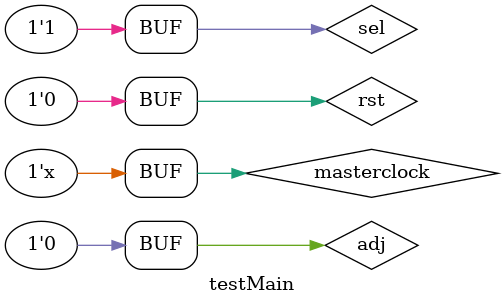
<source format=v>
`timescale 1ns / 1ps


module testMain;

	// Inputs
	reg masterclock;
	reg adj;
	reg sel;

	// Outputs
	wire [5:0] secondsCount;
	wire [6:0] minutesCount;
	
	reg rst;

	// Instantiate the Unit Under Test (UUT)
	main uut (
		.clock1(clock1),
		.clock2(clock2),
		.masterclock(masterclock), 
		.adj(adj), 
		.sel(sel), 
		.secondsCount(secondsCount), 
		.minutesCount(minutesCount),
		.rst(rst)
	);

	initial begin
		// Initialize Inputs
		masterclock = 0;
//		clock1 = 0;
//		clock2 = 0;
		adj = 0;
		sel = 1;
		rst = 1;
		
		#10;
		
		rst = 0;

		// Wait 100 ns for global reset to finish
		#500000000;
		
		// Add stimulus here

	end
	
	always begin
		#1 masterclock = ~masterclock;
	end
      
endmodule


</source>
